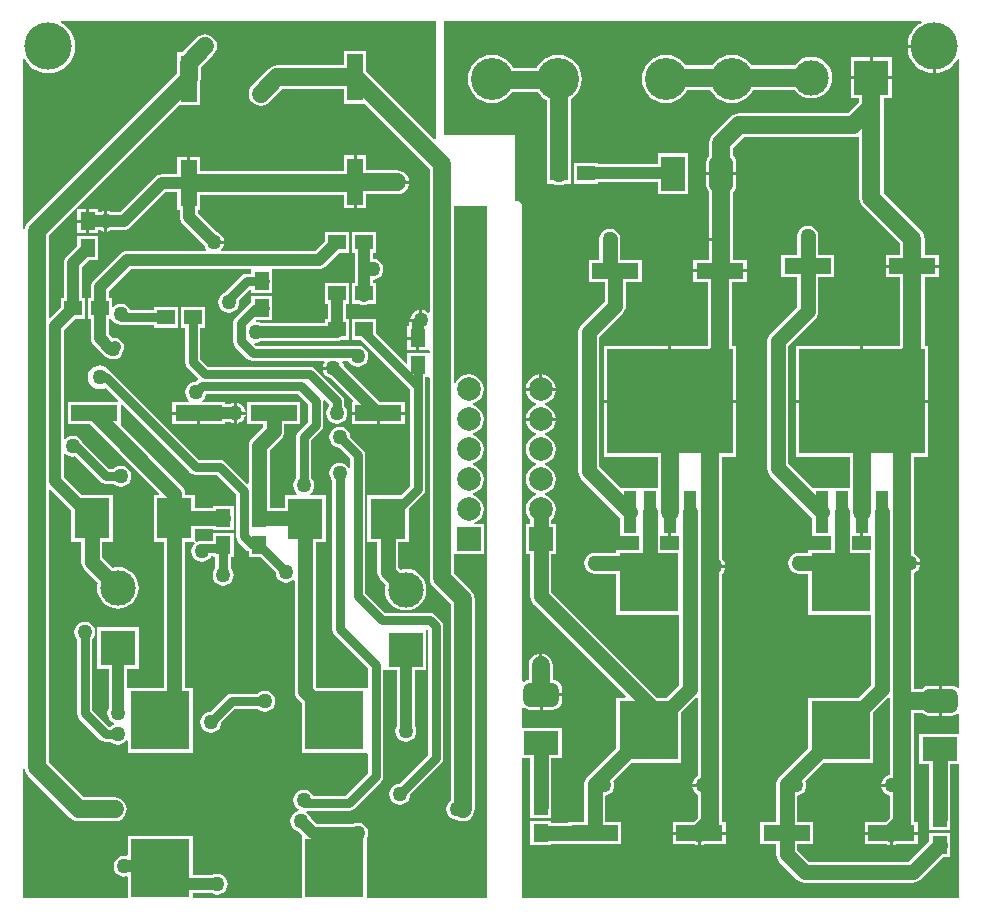
<source format=gtl>
G04 Layer_Physical_Order=1*
G04 Layer_Color=255*
%FSLAX25Y25*%
%MOIN*%
G70*
G01*
G75*
%ADD10R,0.05000X0.06000*%
%ADD11R,0.19685X0.19685*%
%ADD12R,0.05512X0.15748*%
G04:AMPARAMS|DCode=13|XSize=118.11mil|YSize=78.74mil|CornerRadius=19.69mil|HoleSize=0mil|Usage=FLASHONLY|Rotation=180.000|XOffset=0mil|YOffset=0mil|HoleType=Round|Shape=RoundedRectangle|*
%AMROUNDEDRECTD13*
21,1,0.11811,0.03937,0,0,180.0*
21,1,0.07874,0.07874,0,0,180.0*
1,1,0.03937,-0.03937,0.01969*
1,1,0.03937,0.03937,0.01969*
1,1,0.03937,0.03937,-0.01969*
1,1,0.03937,-0.03937,-0.01969*
%
%ADD13ROUNDEDRECTD13*%
%ADD14R,0.11811X0.07874*%
%ADD15R,0.15748X0.05512*%
%ADD16R,0.42000X0.35000*%
%ADD17R,0.04200X0.14000*%
%ADD18R,0.06000X0.05000*%
G04:AMPARAMS|DCode=19|XSize=118.11mil|YSize=78.74mil|CornerRadius=19.69mil|HoleSize=0mil|Usage=FLASHONLY|Rotation=90.000|XOffset=0mil|YOffset=0mil|HoleType=Round|Shape=RoundedRectangle|*
%AMROUNDEDRECTD19*
21,1,0.11811,0.03937,0,0,90.0*
21,1,0.07874,0.07874,0,0,90.0*
1,1,0.03937,0.01969,0.03937*
1,1,0.03937,0.01969,-0.03937*
1,1,0.03937,-0.01969,-0.03937*
1,1,0.03937,-0.01969,0.03937*
%
%ADD19ROUNDEDRECTD19*%
%ADD20R,0.07874X0.11811*%
%ADD21R,0.11811X0.13780*%
%ADD22C,0.03000*%
%ADD23C,0.04000*%
%ADD24C,0.06000*%
%ADD25C,0.05000*%
%ADD26R,0.07874X0.07874*%
%ADD27C,0.07874*%
%ADD28C,0.14000*%
%ADD29R,0.11811X0.11811*%
%ADD30C,0.11811*%
%ADD31C,0.15748*%
%ADD32R,0.11811X0.11811*%
%ADD33C,0.05000*%
G36*
X513000Y451485D02*
X512538Y451294D01*
X489882Y473950D01*
Y480874D01*
X482370D01*
Y476034D01*
X460189D01*
X460189Y476034D01*
X459145Y475897D01*
X458172Y475494D01*
X457336Y474853D01*
X451872Y469388D01*
X451230Y468553D01*
X450827Y467580D01*
X450690Y466535D01*
X450827Y465491D01*
X451230Y464518D01*
X451872Y463683D01*
X452707Y463041D01*
X453680Y462638D01*
X454724Y462501D01*
X455769Y462638D01*
X456742Y463041D01*
X457577Y463683D01*
X461860Y467966D01*
X482370D01*
Y463126D01*
X489294D01*
X510965Y441455D01*
Y393655D01*
X510496Y393496D01*
X509765Y394057D01*
X508914Y394410D01*
X508500Y394464D01*
Y391000D01*
X508000D01*
Y390500D01*
X504040D01*
X503974Y390000D01*
Y389000D01*
X503500D01*
Y385500D01*
X507000D01*
Y385000D01*
X507500D01*
Y381000D01*
X510500D01*
Y381000D01*
X510612D01*
X510965Y380646D01*
Y380000D01*
X510500D01*
Y380000D01*
X503500D01*
Y376752D01*
X503038Y376560D01*
X493000Y386598D01*
Y391494D01*
X485000D01*
Y384494D01*
X487895D01*
X504451Y367938D01*
Y335875D01*
X501332Y332756D01*
X490142D01*
Y316976D01*
X493517D01*
Y307094D01*
X493517Y307094D01*
X493517D01*
X493637Y306180D01*
X493990Y305329D01*
X494551Y304597D01*
X496253Y302895D01*
X496146Y302543D01*
X496013Y301189D01*
X496146Y299835D01*
X496541Y298534D01*
X497182Y297334D01*
X498045Y296282D01*
X499097Y295420D01*
X500296Y294778D01*
X501598Y294383D01*
X502952Y294250D01*
X504306Y294383D01*
X505607Y294778D01*
X506807Y295420D01*
X507859Y296282D01*
X508721Y297334D01*
X509363Y298534D01*
X509758Y299835D01*
X509891Y301189D01*
X509758Y302543D01*
X509363Y303844D01*
X508721Y305044D01*
X507859Y306096D01*
X506807Y306959D01*
X505607Y307600D01*
X504306Y307995D01*
X502952Y308128D01*
X501598Y307995D01*
X501246Y307888D01*
X500577Y308556D01*
Y316976D01*
X503953D01*
Y328167D01*
X508802Y333016D01*
X509355Y333843D01*
X509549Y334819D01*
X509549Y334819D01*
X509549Y334819D01*
Y334819D01*
Y368994D01*
Y372000D01*
X510500D01*
Y372000D01*
X510612D01*
X510965Y371646D01*
Y305000D01*
X510965Y305000D01*
X511103Y303956D01*
X511506Y302983D01*
X512147Y302147D01*
X517966Y296329D01*
Y230851D01*
X517504Y230496D01*
X516943Y229765D01*
X516590Y228914D01*
X516470Y228000D01*
X516590Y227086D01*
X516943Y226235D01*
X517504Y225504D01*
X518235Y224943D01*
X519086Y224590D01*
X520000Y224470D01*
X520053Y224477D01*
X520956Y224103D01*
X522000Y223966D01*
X523044Y224103D01*
X524017Y224506D01*
X524853Y225147D01*
X525494Y225983D01*
X525897Y226956D01*
X526034Y228000D01*
Y298000D01*
X525897Y299044D01*
X525730Y299447D01*
X525494Y300017D01*
X524853Y300853D01*
X524853Y300853D01*
X519034Y306671D01*
Y313063D01*
X519034D01*
X519063D01*
X519388Y313063D01*
X519388Y313063D01*
Y313063D01*
X528937D01*
Y322937D01*
X525959D01*
X525862Y323427D01*
X526490Y323688D01*
X527521Y324479D01*
X528312Y325510D01*
X528810Y326711D01*
X528980Y328000D01*
X528810Y329289D01*
X528312Y330490D01*
X527521Y331521D01*
X526490Y332312D01*
X525433Y332750D01*
Y333250D01*
X526490Y333687D01*
X527521Y334479D01*
X528312Y335510D01*
X528810Y336711D01*
X528980Y338000D01*
X528810Y339289D01*
X528312Y340490D01*
X527521Y341521D01*
X526490Y342313D01*
X525433Y342750D01*
Y343250D01*
X526490Y343688D01*
X527521Y344479D01*
X528312Y345510D01*
X528810Y346711D01*
X528980Y348000D01*
X528810Y349289D01*
X528312Y350490D01*
X527521Y351521D01*
X526490Y352312D01*
X525433Y352750D01*
Y353250D01*
X526490Y353688D01*
X527521Y354479D01*
X528312Y355510D01*
X528810Y356711D01*
X528980Y358000D01*
X528810Y359289D01*
X528312Y360490D01*
X527521Y361521D01*
X526490Y362313D01*
X525433Y362750D01*
Y363250D01*
X526490Y363687D01*
X527521Y364479D01*
X528312Y365510D01*
X528810Y366711D01*
X528980Y368000D01*
X528810Y369289D01*
X528312Y370490D01*
X527521Y371521D01*
X526490Y372312D01*
X525289Y372810D01*
X524000Y372980D01*
X522711Y372810D01*
X521510Y372312D01*
X520479Y371521D01*
X519688Y370490D01*
X519525Y370097D01*
X519034Y370195D01*
Y429134D01*
X529967D01*
Y198380D01*
X489968D01*
Y218119D01*
X490057Y218235D01*
X490410Y219086D01*
X490530Y220000D01*
X490410Y220914D01*
X490057Y221765D01*
X489496Y222496D01*
X488765Y223057D01*
X487914Y223410D01*
X487000Y223530D01*
X486086Y223410D01*
X485235Y223057D01*
X485194Y223026D01*
X473253D01*
X471417Y224863D01*
X471410Y224914D01*
X471057Y225765D01*
X470496Y226496D01*
X469869Y226978D01*
X470030Y227451D01*
X484000D01*
X484975Y227645D01*
X485802Y228198D01*
X485802Y228198D01*
X485802Y228198D01*
X494802Y237198D01*
X495355Y238024D01*
X495549Y239000D01*
X495549Y239000D01*
X495549Y239000D01*
Y239000D01*
Y274284D01*
X496046D01*
Y274284D01*
X499974D01*
Y256000D01*
X499996Y255834D01*
X499943Y255765D01*
X499590Y254914D01*
X499470Y254000D01*
X499590Y253086D01*
X499943Y252235D01*
X500504Y251504D01*
X501235Y250943D01*
X502086Y250590D01*
X503000Y250470D01*
X503914Y250590D01*
X504765Y250943D01*
X505496Y251504D01*
X506057Y252235D01*
X506410Y253086D01*
X506530Y254000D01*
X506410Y254914D01*
X506057Y255765D01*
X506004Y255834D01*
X506026Y256000D01*
Y274284D01*
X509858D01*
Y287884D01*
X510035Y287958D01*
X510451Y287680D01*
Y246056D01*
X500914Y236519D01*
X500086Y236410D01*
X499235Y236057D01*
X498504Y235496D01*
X497943Y234765D01*
X497590Y233914D01*
X497470Y233000D01*
X497590Y232086D01*
X497943Y231235D01*
X498504Y230504D01*
X499235Y229943D01*
X500086Y229590D01*
X501000Y229470D01*
X501914Y229590D01*
X502765Y229943D01*
X503496Y230504D01*
X504057Y231235D01*
X504410Y232086D01*
X504519Y232914D01*
X514802Y243198D01*
X515355Y244024D01*
X515549Y245000D01*
Y289000D01*
X515355Y289976D01*
X514802Y290802D01*
X512802Y292802D01*
X511975Y293355D01*
X511000Y293549D01*
X496056D01*
X489549Y300056D01*
Y346006D01*
X489355Y346982D01*
X488802Y347809D01*
X484519Y352092D01*
X484410Y352920D01*
X484057Y353771D01*
X483496Y354503D01*
X482765Y355064D01*
X481914Y355416D01*
X481000Y355537D01*
X480086Y355416D01*
X479235Y355064D01*
X478504Y354503D01*
X477943Y353771D01*
X477590Y352920D01*
X477470Y352006D01*
X477590Y351093D01*
X477943Y350241D01*
X478504Y349510D01*
X479235Y348949D01*
X480086Y348597D01*
X480914Y348487D01*
X484451Y344951D01*
Y342028D01*
X483978Y341867D01*
X483490Y342503D01*
X482759Y343064D01*
X481907Y343416D01*
X480994Y343537D01*
X480080Y343416D01*
X479228Y343064D01*
X478497Y342503D01*
X477936Y341772D01*
X477584Y340920D01*
X477463Y340006D01*
X477584Y339093D01*
X477936Y338241D01*
X478451Y337571D01*
Y288000D01*
X478451Y288000D01*
X478451D01*
X478645Y287024D01*
X479198Y286198D01*
X490451Y274944D01*
Y268449D01*
X489968D01*
Y268449D01*
X473276D01*
X473018Y268706D01*
Y316976D01*
X476394D01*
Y332756D01*
X471299D01*
X471139Y333229D01*
X471496Y333504D01*
X472057Y334235D01*
X472410Y335086D01*
X472530Y336000D01*
X472410Y336914D01*
X472057Y337765D01*
X471549Y338427D01*
Y350944D01*
X474802Y354198D01*
X475355Y355025D01*
X475549Y356000D01*
X475549Y356000D01*
X475549Y356000D01*
Y356000D01*
Y364000D01*
X475507Y364212D01*
X475948Y364447D01*
X477451Y362944D01*
Y362427D01*
X476943Y361765D01*
X476590Y360914D01*
X476470Y360000D01*
X476590Y359086D01*
X476943Y358235D01*
X477504Y357504D01*
X478235Y356943D01*
X479086Y356590D01*
X480000Y356470D01*
X480914Y356590D01*
X481765Y356943D01*
X482496Y357504D01*
X483057Y358235D01*
X483410Y359086D01*
X483530Y360000D01*
X483410Y360914D01*
X483057Y361765D01*
X482549Y362427D01*
Y364000D01*
X482355Y364976D01*
X481802Y365802D01*
X472802Y374802D01*
X471976Y375355D01*
X471000Y375549D01*
X437056D01*
X434549Y378056D01*
Y388494D01*
X436000D01*
Y395494D01*
X428000D01*
Y388494D01*
X429451D01*
Y377000D01*
X429451Y377000D01*
X429451D01*
X429645Y376025D01*
X430198Y375198D01*
X433755Y371640D01*
X433706Y371142D01*
X433198Y370802D01*
X432914Y370519D01*
X432086Y370410D01*
X431235Y370057D01*
X430504Y369496D01*
X429943Y368765D01*
X429590Y367914D01*
X429470Y367000D01*
X429590Y366086D01*
X429943Y365235D01*
X430504Y364504D01*
X430861Y364229D01*
X430701Y363756D01*
X425132D01*
Y360500D01*
X434006D01*
Y360000D01*
X434506D01*
Y356244D01*
X442880D01*
Y356974D01*
X444320D01*
X444361Y356943D01*
X445212Y356590D01*
X445626Y356536D01*
Y360000D01*
Y363464D01*
X445212Y363410D01*
X444361Y363057D01*
X444320Y363026D01*
X442880D01*
Y363756D01*
X435299D01*
X435139Y364229D01*
X435496Y364504D01*
X436057Y365235D01*
X436410Y366086D01*
X436458Y366451D01*
X466944D01*
X470451Y362944D01*
Y357056D01*
X467198Y353802D01*
X466645Y352976D01*
X466451Y352000D01*
Y338427D01*
X465943Y337765D01*
X465590Y336914D01*
X465470Y336000D01*
X465590Y335086D01*
X465943Y334235D01*
X466504Y333504D01*
X466861Y333229D01*
X466701Y332756D01*
X462583D01*
Y328530D01*
X457650D01*
Y347657D01*
X461496Y351504D01*
X462057Y352235D01*
X462410Y353086D01*
X462530Y354000D01*
X462530Y354000D01*
Y356244D01*
X467874D01*
Y363756D01*
X450126D01*
Y360254D01*
X450095Y360252D01*
Y359748D01*
X450126Y359746D01*
Y356244D01*
X455470D01*
Y355462D01*
X451623Y351616D01*
X451062Y350885D01*
X450710Y350033D01*
X450589Y349120D01*
Y336669D01*
X450127Y336477D01*
X442802Y343802D01*
X441975Y344355D01*
X441000Y344549D01*
X434056D01*
X404802Y373802D01*
X404499Y374005D01*
X404494Y374017D01*
X403853Y374853D01*
X403017Y375494D01*
X402044Y375897D01*
X401000Y376034D01*
X399956Y375897D01*
X398983Y375494D01*
X398147Y374853D01*
X397506Y374017D01*
X397103Y373044D01*
X396966Y372000D01*
X397103Y370956D01*
X397506Y369983D01*
X398147Y369147D01*
X398983Y368506D01*
X399956Y368103D01*
X401000Y367966D01*
X402044Y368103D01*
X402927Y368468D01*
X407177Y364218D01*
X406986Y363756D01*
X390252D01*
Y356244D01*
X397889D01*
X420782Y333352D01*
X420590Y332890D01*
X419000D01*
Y317110D01*
X422375D01*
Y268449D01*
X410284D01*
D01*
X410284D01*
X410057Y268676D01*
Y274882D01*
X413936D01*
Y288693D01*
X400125D01*
Y274882D01*
X404005D01*
Y261838D01*
X403971Y261793D01*
X403618Y260942D01*
X403498Y260028D01*
X403618Y259114D01*
X403971Y258263D01*
X404532Y257532D01*
X405263Y256971D01*
X405263Y256971D01*
X405263D01*
X405651Y256706D01*
X405600Y256209D01*
X405235Y256057D01*
X404572Y255549D01*
X404056D01*
X398549Y261056D01*
Y284573D01*
X399057Y285235D01*
X399410Y286086D01*
X399530Y287000D01*
X399410Y287914D01*
X399057Y288765D01*
X398496Y289496D01*
X397765Y290057D01*
X396914Y290410D01*
X396000Y290530D01*
X395086Y290410D01*
X394235Y290057D01*
X393504Y289496D01*
X392943Y288765D01*
X392590Y287914D01*
X392470Y287000D01*
X392590Y286086D01*
X392943Y285235D01*
X393451Y284573D01*
Y260000D01*
X393451Y260000D01*
X393451D01*
X393645Y259025D01*
X394198Y258198D01*
X401198Y251198D01*
X401198D01*
X401198Y251198D01*
X401198Y251198D01*
Y251198D01*
X402025Y250645D01*
X403000Y250451D01*
X404572D01*
X405235Y249943D01*
X406086Y249590D01*
X407000Y249470D01*
X407914Y249590D01*
X408765Y249943D01*
X409496Y250504D01*
X409810Y250913D01*
X410284Y250752D01*
Y246764D01*
X431968D01*
Y268449D01*
X429436D01*
Y317110D01*
X432526D01*
X432687Y316637D01*
X432504Y316496D01*
X431943Y315765D01*
X431590Y314914D01*
X431470Y314000D01*
X431590Y313086D01*
X431943Y312235D01*
X432504Y311504D01*
X433235Y310943D01*
X434086Y310590D01*
X435000Y310470D01*
X435914Y310590D01*
X436765Y310943D01*
X437496Y311504D01*
X438057Y312235D01*
X438129Y312409D01*
X438620Y312311D01*
Y312000D01*
X439577D01*
Y308428D01*
X439069Y307765D01*
X438716Y306914D01*
X438596Y306000D01*
X438716Y305086D01*
X439069Y304235D01*
X439630Y303504D01*
X440361Y302943D01*
X441212Y302590D01*
X442126Y302470D01*
X443040Y302590D01*
X443891Y302943D01*
X444622Y303504D01*
X445183Y304235D01*
X445536Y305086D01*
X445656Y306000D01*
X445536Y306914D01*
X445183Y307765D01*
X444675Y308428D01*
Y312000D01*
X445620D01*
Y320000D01*
X438620D01*
Y317549D01*
X435000D01*
X434721Y317493D01*
X434086Y317410D01*
X433235Y317057D01*
X432811Y317610D01*
Y321470D01*
X438620D01*
Y321000D01*
X445620D01*
Y324771D01*
X445650Y325000D01*
X445620Y325229D01*
Y329000D01*
X438620D01*
Y328530D01*
X432811D01*
Y332890D01*
X429436D01*
Y333221D01*
X429315Y334134D01*
X428963Y334986D01*
X428402Y335717D01*
X407963Y356155D01*
X408000Y356244D01*
X408000D01*
X408000Y356244D01*
Y362742D01*
X408462Y362933D01*
X431198Y340198D01*
X431198D01*
X431198Y340198D01*
X431198Y340198D01*
Y340198D01*
X432024Y339645D01*
X433000Y339451D01*
X439944D01*
X446451Y332944D01*
Y319000D01*
X446645Y318024D01*
X447198Y317198D01*
X450198Y314198D01*
X450620Y313916D01*
Y312000D01*
X454515D01*
X459608Y306907D01*
X459716Y306086D01*
X460069Y305235D01*
X460630Y304504D01*
X461361Y303943D01*
X462212Y303590D01*
X463126Y303470D01*
X464040Y303590D01*
X464891Y303943D01*
X465510Y304417D01*
X465958Y304196D01*
Y267244D01*
X465958Y267244D01*
X465958D01*
X466078Y266330D01*
X466431Y265479D01*
X466992Y264748D01*
X468284Y263456D01*
Y246764D01*
X489968D01*
Y246764D01*
X490098D01*
X490451Y246410D01*
Y240056D01*
X482944Y232549D01*
X472147D01*
X472057Y232765D01*
X471496Y233496D01*
X470765Y234057D01*
X469914Y234410D01*
X469000Y234530D01*
X468086Y234410D01*
X467235Y234057D01*
X466504Y233496D01*
X465943Y232765D01*
X465590Y231914D01*
X465470Y231000D01*
X465590Y230086D01*
X465943Y229235D01*
X466504Y228504D01*
X467235Y227943D01*
X467283Y227923D01*
X467218Y227427D01*
X467086Y227410D01*
X466235Y227057D01*
X465504Y226496D01*
X464943Y225765D01*
X464590Y224914D01*
X464470Y224000D01*
X464590Y223086D01*
X464943Y222235D01*
X465504Y221504D01*
X466235Y220943D01*
X467086Y220590D01*
X467137Y220583D01*
X468342Y219378D01*
X468283Y219236D01*
X468283D01*
X468284Y219236D01*
Y198380D01*
X431968D01*
Y199974D01*
X438320D01*
X438361Y199943D01*
X439212Y199590D01*
X440126Y199470D01*
X441040Y199590D01*
X441891Y199943D01*
X442622Y200504D01*
X443183Y201235D01*
X443536Y202086D01*
X443656Y203000D01*
X443536Y203914D01*
X443183Y204765D01*
X442622Y205496D01*
X441891Y206057D01*
X441040Y206410D01*
X440126Y206530D01*
X439212Y206410D01*
X438361Y206057D01*
X438320Y206026D01*
X431968D01*
Y219236D01*
X410284D01*
Y212757D01*
X409907Y212427D01*
X409126Y212530D01*
X408212Y212410D01*
X407361Y212057D01*
X406630Y211496D01*
X406069Y210765D01*
X405716Y209914D01*
X405596Y209000D01*
X405716Y208086D01*
X406069Y207235D01*
X406630Y206504D01*
X407361Y205943D01*
X408212Y205590D01*
X409126Y205470D01*
X409907Y205573D01*
X410284Y205243D01*
Y198380D01*
X375545D01*
Y241370D01*
X376044Y241403D01*
X376103Y240956D01*
X376506Y239983D01*
X377147Y239147D01*
X391147Y225147D01*
X391983Y224506D01*
X392956Y224103D01*
X394000Y223966D01*
X394000Y223966D01*
X406000D01*
X407044Y224103D01*
X408017Y224506D01*
X408853Y225147D01*
X409494Y225983D01*
X409897Y226956D01*
X410035Y228000D01*
X409897Y229044D01*
X409494Y230017D01*
X408853Y230853D01*
X408017Y231494D01*
X407044Y231897D01*
X406000Y232034D01*
X395671D01*
X384034Y243671D01*
Y334379D01*
X384496Y334571D01*
X391441Y327626D01*
Y317110D01*
X394816D01*
Y310472D01*
X394936Y309558D01*
X395289Y308707D01*
X395850Y307975D01*
X400332Y303494D01*
X400225Y303141D01*
X400092Y301787D01*
X400225Y300434D01*
X400620Y299132D01*
X401261Y297932D01*
X402124Y296881D01*
X403176Y296018D01*
X404375Y295377D01*
X405677Y294982D01*
X407031Y294848D01*
X408384Y294982D01*
X409686Y295377D01*
X410886Y296018D01*
X411937Y296881D01*
X412800Y297932D01*
X413441Y299132D01*
X413836Y300434D01*
X413970Y301787D01*
X413836Y303141D01*
X413441Y304443D01*
X412800Y305643D01*
X411937Y306694D01*
X410886Y307557D01*
X409686Y308198D01*
X408384Y308593D01*
X407031Y308726D01*
X405677Y308593D01*
X405325Y308486D01*
X401877Y311934D01*
Y317110D01*
X405252D01*
Y332890D01*
X394736D01*
X389026Y338600D01*
Y346349D01*
X389499Y346510D01*
X389504Y346504D01*
X390235Y345943D01*
X391086Y345590D01*
X392000Y345470D01*
X392818Y345578D01*
X401198Y337198D01*
X401198D01*
X401198Y337198D01*
X401198Y337198D01*
Y337198D01*
X402025Y336645D01*
X403000Y336451D01*
X405573D01*
X406235Y335943D01*
X407086Y335590D01*
X408000Y335470D01*
X408914Y335590D01*
X409765Y335943D01*
X410496Y336504D01*
X411057Y337235D01*
X411410Y338086D01*
X411530Y339000D01*
X411410Y339914D01*
X411057Y340765D01*
X410496Y341496D01*
X409765Y342057D01*
X408914Y342410D01*
X408000Y342530D01*
X407086Y342410D01*
X406235Y342057D01*
X405573Y341549D01*
X404056D01*
X395211Y350394D01*
X395057Y350765D01*
X394496Y351496D01*
X393765Y352057D01*
X392914Y352410D01*
X392000Y352530D01*
X391086Y352410D01*
X390235Y352057D01*
X389504Y351496D01*
X389499Y351490D01*
X389026Y351651D01*
Y387753D01*
X392779Y391506D01*
X396000D01*
Y398506D01*
X395026D01*
Y408747D01*
X397279Y411000D01*
X400500D01*
Y419000D01*
X393500D01*
Y415779D01*
X389860Y412140D01*
X389380Y411513D01*
X389291Y411299D01*
X389077Y410783D01*
X388974Y410000D01*
Y398506D01*
X388000D01*
Y395286D01*
X384496Y391782D01*
X384034Y391973D01*
Y419203D01*
X427458Y462626D01*
X434382D01*
Y470115D01*
X434523Y470456D01*
X434523Y470456D01*
X434523Y470456D01*
Y470456D01*
X434660Y471500D01*
X434660Y471500D01*
Y475215D01*
X438876Y479431D01*
X439518Y480266D01*
X439921Y481239D01*
X440058Y482283D01*
X439921Y483328D01*
X439518Y484301D01*
X438876Y485136D01*
X438041Y485778D01*
X437068Y486180D01*
X436024Y486318D01*
X434979Y486180D01*
X434006Y485778D01*
X433171Y485136D01*
X428408Y480374D01*
X426870D01*
Y478271D01*
X426729Y477930D01*
X426591Y476886D01*
X426591Y476886D01*
Y473171D01*
X377147Y423727D01*
X376506Y422891D01*
X376103Y421918D01*
X376044Y421471D01*
X375545Y421504D01*
Y477982D01*
X376030Y478104D01*
X376444Y477329D01*
X377553Y475978D01*
X378904Y474869D01*
X380446Y474045D01*
X382119Y473538D01*
X383858Y473366D01*
X385598Y473538D01*
X387271Y474045D01*
X388812Y474869D01*
X390163Y475978D01*
X391272Y477329D01*
X392096Y478871D01*
X392604Y480544D01*
X392775Y482283D01*
X392604Y484023D01*
X392096Y485696D01*
X391272Y487237D01*
X390163Y488589D01*
X388812Y489698D01*
X388038Y490112D01*
X388159Y490597D01*
X513000D01*
Y451485D01*
D02*
G37*
G36*
X674954Y490112D02*
X674180Y489698D01*
X672829Y488589D01*
X671720Y487237D01*
X670896Y485696D01*
X670388Y484023D01*
X670266Y482784D01*
X679134D01*
Y482283D01*
X679634D01*
Y473416D01*
X680873Y473538D01*
X682546Y474045D01*
X684088Y474869D01*
X685439Y475978D01*
X686548Y477329D01*
X686962Y478104D01*
X687447Y477982D01*
Y268614D01*
X686999Y268393D01*
X686584Y268711D01*
X685862Y269010D01*
X685087Y269112D01*
X681650D01*
Y264150D01*
Y259187D01*
X685087D01*
X685862Y259289D01*
X686584Y259588D01*
X686999Y259907D01*
X687447Y259685D01*
Y252945D01*
X674244D01*
Y243071D01*
X677463D01*
Y225000D01*
X677494Y224771D01*
Y221000D01*
X684494D01*
Y224771D01*
X684524Y225000D01*
Y243071D01*
X687447D01*
Y198380D01*
X541884D01*
Y245071D01*
X544463D01*
Y229000D01*
X544494Y228771D01*
Y225000D01*
X551494D01*
Y228771D01*
X551524Y229000D01*
Y245071D01*
X555055D01*
Y254945D01*
X541884D01*
Y261661D01*
X542332Y261882D01*
X542716Y261588D01*
X543438Y261289D01*
X544213Y261187D01*
X547650D01*
Y266150D01*
X548150D01*
Y266650D01*
X555081D01*
Y268118D01*
X554979Y268893D01*
X554680Y269615D01*
X554204Y270235D01*
X553584Y270711D01*
X552862Y271010D01*
X552087Y271112D01*
X552035D01*
Y276000D01*
X551897Y277044D01*
X551494Y278017D01*
X550853Y278853D01*
X550017Y279494D01*
X549044Y279897D01*
X548000Y280034D01*
X546956Y279897D01*
X545983Y279494D01*
X545147Y278853D01*
X544506Y278017D01*
X544103Y277044D01*
X543965Y276000D01*
Y271080D01*
X543438Y271010D01*
X542716Y270711D01*
X542332Y270417D01*
X541884Y270638D01*
Y429134D01*
X541767Y429719D01*
X541436Y430215D01*
X540940Y430547D01*
X540354Y430663D01*
X539370D01*
Y452756D01*
X515748D01*
Y490597D01*
X674833D01*
X674954Y490112D01*
D02*
G37*
G36*
X548500Y279969D02*
Y276000D01*
X547500D01*
Y279969D01*
X547500D01*
X548500D01*
X548500D01*
D02*
G37*
%LPC*%
G36*
X449590Y359500D02*
X446626D01*
Y356536D01*
X447040Y356590D01*
X447891Y356943D01*
X448622Y357504D01*
X449183Y358235D01*
X449536Y359086D01*
X449590Y359500D01*
D02*
G37*
G36*
X552914Y367500D02*
X543086D01*
X543190Y366711D01*
X543687Y365510D01*
X544479Y364479D01*
X545510Y363687D01*
X546566Y363250D01*
Y362750D01*
X545510Y362313D01*
X544479Y361521D01*
X543687Y360490D01*
X543190Y359289D01*
X543086Y358500D01*
X552914D01*
X552810Y359289D01*
X552313Y360490D01*
X551521Y361521D01*
X550490Y362313D01*
X549434Y362750D01*
Y363250D01*
X550490Y363687D01*
X551521Y364479D01*
X552313Y365510D01*
X552810Y366711D01*
X552914Y367500D01*
D02*
G37*
G36*
X493380Y359500D02*
X485006D01*
Y356244D01*
X493380D01*
Y359500D01*
D02*
G37*
G36*
X502754D02*
X494380D01*
Y356244D01*
X502754D01*
Y359500D01*
D02*
G37*
G36*
X616589Y406980D02*
X598841D01*
Y403724D01*
X603681D01*
Y382500D01*
X591500D01*
Y364500D01*
X613000D01*
Y382500D01*
X611750D01*
Y403724D01*
X616589D01*
Y406980D01*
D02*
G37*
G36*
X654500Y382500D02*
X633000D01*
Y364500D01*
X654500D01*
Y382500D01*
D02*
G37*
G36*
X446626Y363464D02*
Y360500D01*
X449590D01*
X449536Y360914D01*
X449183Y361765D01*
X448622Y362496D01*
X447891Y363057D01*
X447040Y363410D01*
X446626Y363464D01*
D02*
G37*
G36*
X590500Y382500D02*
X569000D01*
Y364500D01*
X590500D01*
Y382500D01*
D02*
G37*
G36*
X433506Y359500D02*
X425132D01*
Y356244D01*
X433506D01*
Y359500D01*
D02*
G37*
G36*
X664380Y219500D02*
X656006D01*
Y216244D01*
X663495D01*
X663836Y216103D01*
X664380Y216031D01*
Y219500D01*
D02*
G37*
G36*
X456000Y267530D02*
X455086Y267410D01*
X454235Y267057D01*
X453573Y266549D01*
X445000D01*
X444025Y266355D01*
X443198Y265802D01*
X437914Y260519D01*
X437086Y260410D01*
X436235Y260057D01*
X435504Y259496D01*
X434943Y258765D01*
X434590Y257914D01*
X434470Y257000D01*
X434590Y256086D01*
X434943Y255235D01*
X435504Y254504D01*
X436235Y253943D01*
X437086Y253590D01*
X438000Y253470D01*
X438914Y253590D01*
X439765Y253943D01*
X440496Y254504D01*
X441057Y255235D01*
X441410Y256086D01*
X441519Y256914D01*
X446056Y261451D01*
X453573D01*
X454235Y260943D01*
X455086Y260590D01*
X456000Y260470D01*
X456914Y260590D01*
X457765Y260943D01*
X458496Y261504D01*
X459057Y262235D01*
X459410Y263086D01*
X459530Y264000D01*
X459410Y264914D01*
X459057Y265765D01*
X458496Y266496D01*
X457765Y267057D01*
X456914Y267410D01*
X456000Y267530D01*
D02*
G37*
G36*
X673754Y219500D02*
X665380D01*
Y216031D01*
X665925Y216103D01*
X666265Y216244D01*
X673754D01*
Y219500D01*
D02*
G37*
G36*
X637000Y422530D02*
X636086Y422410D01*
X635235Y422057D01*
X634504Y421496D01*
X633943Y420765D01*
X633590Y419914D01*
X633470Y419000D01*
Y412756D01*
X628126D01*
Y405244D01*
X633470D01*
Y395462D01*
X624504Y386496D01*
X623943Y385765D01*
X623590Y384914D01*
X623470Y384000D01*
Y341600D01*
X623470Y341600D01*
X623470D01*
X623590Y340686D01*
X623943Y339835D01*
X624504Y339104D01*
X638500Y325108D01*
Y319000D01*
X644700D01*
D01*
X644700D01*
X644770Y318930D01*
Y314449D01*
X637157D01*
Y313530D01*
X634000D01*
X633086Y313410D01*
X632235Y313057D01*
X631504Y312496D01*
X630943Y311765D01*
X630590Y310914D01*
X630470Y310000D01*
X630590Y309086D01*
X630943Y308235D01*
X631504Y307504D01*
X632235Y306943D01*
X633086Y306590D01*
X634000Y306470D01*
X637157D01*
Y292764D01*
X658170D01*
Y269556D01*
X653850Y265236D01*
X637157D01*
Y248544D01*
X627504Y238890D01*
X626943Y238159D01*
X626590Y237307D01*
X626470Y236394D01*
Y223756D01*
X621126D01*
Y216244D01*
X626470D01*
Y213000D01*
X626590Y212086D01*
X626943Y211235D01*
X627504Y210504D01*
X633504Y204504D01*
X633504Y204504D01*
X633504D01*
X633504Y204504D01*
X633504D01*
X633504Y204504D01*
Y204504D01*
Y204504D01*
D01*
D01*
X633504D01*
Y204504D01*
X634235Y203943D01*
X635086Y203590D01*
X636000Y203470D01*
X671994D01*
X672907Y203590D01*
X673759Y203943D01*
X674490Y204504D01*
X681986Y212000D01*
X684494D01*
Y215771D01*
X684524Y216000D01*
X684494Y216229D01*
Y220000D01*
X677494D01*
Y217493D01*
X670531Y210530D01*
X637462D01*
X633530Y214462D01*
Y216244D01*
X638874D01*
Y223756D01*
X633530D01*
Y232540D01*
X633914Y232590D01*
X634765Y232943D01*
X635496Y233504D01*
X636057Y234235D01*
X636410Y235086D01*
X636530Y236000D01*
X636410Y236914D01*
X636147Y237548D01*
X642150Y243551D01*
X658843D01*
Y260244D01*
X663904Y265305D01*
X664365Y265113D01*
Y239447D01*
X664086Y239410D01*
X663235Y239057D01*
X662504Y238496D01*
X661943Y237765D01*
X661590Y236914D01*
X661536Y236500D01*
X665000D01*
Y235500D01*
X661536D01*
X661590Y235086D01*
X661943Y234235D01*
X662504Y233504D01*
X663235Y232943D01*
X664086Y232590D01*
X664365Y232553D01*
Y225191D01*
X662930Y223756D01*
X656006D01*
Y220500D01*
X673754D01*
Y223756D01*
X672435D01*
Y260115D01*
X675056D01*
X675095Y260064D01*
X675715Y259588D01*
X676438Y259289D01*
X677213Y259187D01*
X680650D01*
Y264150D01*
Y269112D01*
X677213D01*
X676438Y269010D01*
X675715Y268711D01*
X675095Y268235D01*
X675056Y268184D01*
X672435D01*
Y306806D01*
X672765Y306943D01*
X673496Y307504D01*
X674057Y308235D01*
X674410Y309086D01*
X674464Y309500D01*
X671000D01*
Y310500D01*
X674464D01*
X674410Y310914D01*
X674057Y311765D01*
X673496Y312496D01*
X672765Y313057D01*
X672435Y313194D01*
Y327000D01*
Y345500D01*
X677000D01*
Y363500D01*
X633000D01*
Y345500D01*
X650965D01*
Y335000D01*
X645200D01*
Y329031D01*
X644950Y328826D01*
X644700Y329031D01*
Y335000D01*
X638592D01*
X630530Y343062D01*
Y382538D01*
X639496Y391504D01*
X640057Y392235D01*
X640410Y393086D01*
X640530Y394000D01*
X640530Y394000D01*
Y405244D01*
X645874D01*
Y412756D01*
X640530D01*
Y419000D01*
X640410Y419914D01*
X640057Y420765D01*
X639496Y421496D01*
X638765Y422057D01*
X637914Y422410D01*
X637000Y422530D01*
D02*
G37*
G36*
X609754Y219500D02*
X601380D01*
Y216031D01*
X601925Y216103D01*
X602265Y216244D01*
X609754D01*
Y219500D01*
D02*
G37*
G36*
X600380D02*
X592006D01*
Y216244D01*
X599495D01*
X599836Y216103D01*
X600380Y216031D01*
Y219500D01*
D02*
G37*
G36*
X555081Y265650D02*
X548650D01*
Y261187D01*
X552087D01*
X552862Y261289D01*
X553584Y261588D01*
X554204Y262064D01*
X554680Y262684D01*
X554979Y263406D01*
X555081Y264181D01*
Y265650D01*
D02*
G37*
G36*
X571000Y421530D02*
X570086Y421410D01*
X569235Y421057D01*
X568504Y420496D01*
X567943Y419765D01*
X567590Y418914D01*
X567470Y418000D01*
Y411236D01*
X563961D01*
Y403724D01*
X569304D01*
Y397297D01*
X561504Y389496D01*
X560943Y388765D01*
X560590Y387914D01*
X560470Y387000D01*
Y340600D01*
X560470Y340600D01*
X560470D01*
X560590Y339686D01*
X560943Y338835D01*
X561504Y338104D01*
X574500Y325108D01*
Y319000D01*
X580700D01*
D01*
X580700D01*
X580770Y318930D01*
Y314449D01*
X573158D01*
Y313530D01*
X566000D01*
X565086Y313410D01*
X564235Y313057D01*
X563504Y312496D01*
X562943Y311765D01*
X562590Y310914D01*
X562470Y310000D01*
X562590Y309086D01*
X562943Y308235D01*
X563504Y307504D01*
X564235Y306943D01*
X565086Y306590D01*
X566000Y306470D01*
X573158D01*
Y292764D01*
X594170D01*
Y269556D01*
X589850Y265236D01*
X586696D01*
X586496Y265496D01*
X551530Y300462D01*
Y313063D01*
X552937D01*
Y322937D01*
X551530D01*
Y324491D01*
X552313Y325510D01*
X552810Y326711D01*
X552980Y328000D01*
X552810Y329289D01*
X552313Y330490D01*
X551521Y331521D01*
X550490Y332312D01*
X549434Y332750D01*
Y333250D01*
X550490Y333687D01*
X551521Y334479D01*
X552313Y335510D01*
X552810Y336711D01*
X552980Y338000D01*
X552810Y339289D01*
X552313Y340490D01*
X551521Y341521D01*
X550490Y342313D01*
X549434Y342750D01*
Y343250D01*
X550490Y343688D01*
X551521Y344479D01*
X552313Y345510D01*
X552810Y346711D01*
X552980Y348000D01*
X552810Y349289D01*
X552313Y350490D01*
X551521Y351521D01*
X550490Y352312D01*
X549434Y352750D01*
Y353250D01*
X550490Y353688D01*
X551521Y354479D01*
X552313Y355510D01*
X552810Y356711D01*
X552914Y357500D01*
X543086D01*
X543190Y356711D01*
X543687Y355510D01*
X544479Y354479D01*
X545510Y353688D01*
X546566Y353250D01*
Y352750D01*
X545510Y352312D01*
X544479Y351521D01*
X543687Y350490D01*
X543190Y349289D01*
X543020Y348000D01*
X543190Y346711D01*
X543687Y345510D01*
X544479Y344479D01*
X545510Y343688D01*
X546566Y343250D01*
Y342750D01*
X545510Y342313D01*
X544479Y341521D01*
X543687Y340490D01*
X543190Y339289D01*
X543020Y338000D01*
X543190Y336711D01*
X543687Y335510D01*
X544479Y334479D01*
X545510Y333687D01*
X546566Y333250D01*
Y332750D01*
X545510Y332312D01*
X544479Y331521D01*
X543687Y330490D01*
X543190Y329289D01*
X543020Y328000D01*
X543190Y326711D01*
X543687Y325510D01*
X544470Y324491D01*
Y322937D01*
X543063D01*
Y313063D01*
X544470D01*
Y299000D01*
X544470Y299000D01*
X544470D01*
X544590Y298086D01*
X544943Y297235D01*
X545504Y296504D01*
X576309Y265698D01*
X576118Y265236D01*
X573158D01*
Y248544D01*
X563504Y238890D01*
X562943Y238159D01*
X562590Y237307D01*
X562470Y236394D01*
Y223756D01*
X557126D01*
Y223530D01*
X551494D01*
Y224000D01*
X544494D01*
Y220229D01*
X544463Y220000D01*
X544494Y219771D01*
Y216000D01*
X551494D01*
Y216470D01*
X557126D01*
Y216244D01*
X574874D01*
Y223756D01*
X569530D01*
Y232540D01*
X569914Y232590D01*
X570765Y232943D01*
X571496Y233504D01*
X572057Y234235D01*
X572410Y235086D01*
X572530Y236000D01*
X572410Y236914D01*
X572147Y237548D01*
X578150Y243551D01*
X594842D01*
Y260244D01*
X599903Y265305D01*
X600365Y265113D01*
Y239111D01*
X600235Y239057D01*
X599504Y238496D01*
X598943Y237765D01*
X598590Y236914D01*
X598536Y236500D01*
X602000D01*
Y235500D01*
X598536D01*
X598590Y235086D01*
X598943Y234235D01*
X599504Y233504D01*
X600235Y232943D01*
X600365Y232889D01*
Y225191D01*
X598931Y223756D01*
X592006D01*
Y220500D01*
X609754D01*
Y223756D01*
X608434D01*
Y306456D01*
X608496Y306504D01*
X609057Y307235D01*
X609410Y308086D01*
X609464Y308500D01*
X606000D01*
Y309500D01*
X609464D01*
X609410Y309914D01*
X609057Y310765D01*
X608496Y311496D01*
X608434Y311544D01*
Y327000D01*
Y345500D01*
X613000D01*
Y363500D01*
X569000D01*
Y345500D01*
X586966D01*
Y335000D01*
X581200D01*
Y329031D01*
X580950Y328826D01*
X580700Y329031D01*
Y335000D01*
X574592D01*
X567530Y342062D01*
Y385538D01*
X575331Y393338D01*
X575892Y394070D01*
X576245Y394921D01*
X576365Y395835D01*
Y403724D01*
X581709D01*
Y411236D01*
X574530D01*
Y418000D01*
X574410Y418914D01*
X574057Y419765D01*
X573496Y420496D01*
X572765Y421057D01*
X571914Y421410D01*
X571000Y421530D01*
D02*
G37*
G36*
X680754Y408500D02*
X663006D01*
Y405244D01*
X667846D01*
Y382552D01*
X667794Y382500D01*
X655500D01*
Y364500D01*
X677000D01*
Y382500D01*
X675915D01*
Y405244D01*
X680754D01*
Y408500D01*
D02*
G37*
G36*
X396500Y428000D02*
X393500D01*
Y424500D01*
X396500D01*
Y428000D01*
D02*
G37*
G36*
X489882Y445994D02*
X486626D01*
Y437120D01*
Y428246D01*
X489882D01*
Y432966D01*
X500126D01*
X501170Y433103D01*
X502143Y433506D01*
X502979Y434147D01*
X503620Y434983D01*
X504023Y435956D01*
X504095Y436500D01*
X500126D01*
Y437500D01*
X504095D01*
Y437500D01*
Y436500D01*
X504160Y437000D01*
X504023Y438044D01*
X503620Y439017D01*
X502979Y439853D01*
X502143Y440494D01*
X501170Y440897D01*
X500126Y441035D01*
X489882D01*
Y445994D01*
D02*
G37*
G36*
X553677Y479480D02*
X552109Y479325D01*
X550601Y478868D01*
X549211Y478125D01*
X547993Y477125D01*
X546993Y475907D01*
X546590Y475153D01*
X538764D01*
X538361Y475907D01*
X537361Y477125D01*
X536143Y478125D01*
X534753Y478868D01*
X533245Y479325D01*
X531677Y479480D01*
X530109Y479325D01*
X528601Y478868D01*
X527211Y478125D01*
X525993Y477125D01*
X524993Y475907D01*
X524250Y474517D01*
X523793Y473009D01*
X523638Y471441D01*
X523793Y469873D01*
X524250Y468365D01*
X524993Y466975D01*
X525993Y465757D01*
X527211Y464757D01*
X528601Y464014D01*
X530109Y463557D01*
X531677Y463402D01*
X533245Y463557D01*
X534753Y464014D01*
X536143Y464757D01*
X537361Y465757D01*
X538361Y466975D01*
X538419Y467084D01*
X546935D01*
X546993Y466975D01*
X547993Y465757D01*
X549211Y464757D01*
X549965Y464354D01*
Y440006D01*
X550000Y439744D01*
Y436506D01*
X551997D01*
X552956Y436109D01*
X554000Y435972D01*
X555044Y436109D01*
X556003Y436506D01*
X558000D01*
Y439744D01*
X558035Y440006D01*
Y464699D01*
X558143Y464757D01*
X559361Y465757D01*
X560361Y466975D01*
X561104Y468365D01*
X561561Y469873D01*
X561716Y471441D01*
X561561Y473009D01*
X561104Y474517D01*
X560361Y475907D01*
X559361Y477125D01*
X558143Y478125D01*
X556753Y478868D01*
X555245Y479325D01*
X553677Y479480D01*
D02*
G37*
G36*
X400500Y428000D02*
X397500D01*
Y424000D01*
Y420000D01*
X400500D01*
Y420974D01*
X401194D01*
X401235Y420943D01*
X402086Y420590D01*
X402500Y420536D01*
Y424000D01*
Y427464D01*
X402086Y427410D01*
X401235Y427057D01*
X401194Y427026D01*
X400500D01*
Y428000D01*
D02*
G37*
G36*
X485626Y445994D02*
X482370D01*
Y440654D01*
X434382D01*
Y445494D01*
X431126D01*
Y436620D01*
X430126D01*
Y445494D01*
X426870D01*
Y439646D01*
X421620D01*
X420836Y439542D01*
X420409Y439365D01*
X420107Y439240D01*
X419480Y438759D01*
X407747Y427026D01*
X404806D01*
X404765Y427057D01*
X403914Y427410D01*
X403500Y427464D01*
Y424000D01*
Y420536D01*
X403914Y420590D01*
X404765Y420943D01*
X404806Y420974D01*
X409000D01*
X409783Y421077D01*
X410299Y421291D01*
X410513Y421380D01*
X411140Y421860D01*
X422873Y433594D01*
X426870D01*
Y427746D01*
X427600D01*
Y425387D01*
X427703Y424604D01*
X427917Y424088D01*
X428006Y423874D01*
X428486Y423247D01*
X435590Y416144D01*
X435597Y416093D01*
X435949Y415241D01*
X436510Y414510D01*
X436524Y414499D01*
X436364Y414026D01*
X410000D01*
X409217Y413923D01*
X408701Y413709D01*
X408487Y413621D01*
X407860Y413140D01*
X398860Y404140D01*
X398379Y403513D01*
X398291Y403299D01*
X398077Y402783D01*
X397974Y402000D01*
Y398506D01*
X397000D01*
Y391506D01*
X397974D01*
Y385000D01*
X398077Y384217D01*
X398291Y383701D01*
X398379Y383487D01*
X398860Y382860D01*
X402360Y379360D01*
X402987Y378879D01*
X403352Y378728D01*
X403375Y378719D01*
X403735Y378443D01*
X404586Y378090D01*
X405500Y377970D01*
X406414Y378090D01*
X407265Y378443D01*
X407996Y379004D01*
X408557Y379735D01*
X408910Y380586D01*
X409030Y381500D01*
X408995Y381766D01*
X409026Y382000D01*
X408923Y382783D01*
X408621Y383513D01*
X408140Y384140D01*
X407513Y384620D01*
X406783Y384923D01*
X406000Y385026D01*
X405766Y384995D01*
X405500Y385030D01*
X405278Y385001D01*
X404026Y386253D01*
Y391506D01*
X404830D01*
X404943Y391235D01*
X405504Y390504D01*
X406235Y389943D01*
X407086Y389590D01*
X407645Y389517D01*
X408006Y389445D01*
X419000D01*
Y388494D01*
X427000D01*
Y395494D01*
X419000D01*
Y394543D01*
X411149D01*
X411057Y394765D01*
X410496Y395496D01*
X409765Y396057D01*
X408914Y396410D01*
X408000Y396530D01*
X407086Y396410D01*
X406235Y396057D01*
X405504Y395496D01*
X405474Y395457D01*
X405000Y395618D01*
Y398506D01*
X404026D01*
Y400747D01*
X411253Y407974D01*
X451494D01*
Y406549D01*
X450000D01*
X449024Y406355D01*
X448198Y405802D01*
X442606Y400211D01*
X442235Y400057D01*
X441504Y399496D01*
X440943Y398765D01*
X440590Y397914D01*
X440507Y397279D01*
X440451Y397000D01*
X440507Y396721D01*
X440590Y396086D01*
X440943Y395235D01*
X441504Y394504D01*
X442235Y393943D01*
X443086Y393590D01*
X444000Y393470D01*
X444914Y393590D01*
X445765Y393943D01*
X446496Y394504D01*
X447057Y395235D01*
X447410Y396086D01*
X447530Y397000D01*
X447423Y397818D01*
X451032Y401427D01*
X451494Y401235D01*
Y400000D01*
X458494D01*
Y403754D01*
X458543Y404000D01*
X458494Y404246D01*
Y407974D01*
X473994D01*
X474777Y408077D01*
X475293Y408291D01*
X475506Y408380D01*
X476133Y408860D01*
X480779Y413506D01*
X484000D01*
Y420506D01*
X476000D01*
Y417286D01*
X472740Y414026D01*
X441649D01*
X441489Y414499D01*
X441503Y414510D01*
X442064Y415241D01*
X442416Y416093D01*
X442471Y416506D01*
X439006D01*
Y417506D01*
X442471D01*
X442416Y417920D01*
X442064Y418772D01*
X441503Y419503D01*
X440771Y420064D01*
X439920Y420416D01*
X439869Y420423D01*
X433652Y426640D01*
Y427746D01*
X434382D01*
Y432585D01*
X482370D01*
Y428246D01*
X485626D01*
Y437120D01*
Y445994D01*
D02*
G37*
G36*
X665118Y478810D02*
X658713D01*
Y472405D01*
X665118D01*
Y478810D01*
D02*
G37*
G36*
X678634Y481783D02*
X670266D01*
X670388Y480544D01*
X670896Y478871D01*
X671720Y477329D01*
X672829Y475978D01*
X674180Y474869D01*
X675722Y474045D01*
X677394Y473538D01*
X678634Y473416D01*
Y481783D01*
D02*
G37*
G36*
X596945Y446756D02*
X587071D01*
Y443032D01*
X567000D01*
Y443506D01*
X559000D01*
Y436506D01*
X567000D01*
Y436980D01*
X587071D01*
Y432945D01*
X596945D01*
Y446756D01*
D02*
G37*
G36*
X657713Y478810D02*
X651307D01*
Y472405D01*
X657713D01*
Y478810D01*
D02*
G37*
G36*
X611677Y479480D02*
X610109Y479325D01*
X608601Y478868D01*
X607211Y478125D01*
X605993Y477125D01*
X605020Y475939D01*
X596335D01*
X595361Y477125D01*
X594143Y478125D01*
X592753Y478868D01*
X591245Y479325D01*
X589677Y479480D01*
X588109Y479325D01*
X586601Y478868D01*
X585211Y478125D01*
X583993Y477125D01*
X582993Y475907D01*
X582250Y474517D01*
X581793Y473009D01*
X581638Y471441D01*
X581793Y469873D01*
X582250Y468365D01*
X582993Y466975D01*
X583993Y465757D01*
X585211Y464757D01*
X586601Y464014D01*
X588109Y463557D01*
X589677Y463402D01*
X591245Y463557D01*
X592753Y464014D01*
X594143Y464757D01*
X595361Y465757D01*
X596361Y466975D01*
X596840Y467870D01*
X604515D01*
X604993Y466975D01*
X605993Y465757D01*
X607211Y464757D01*
X608601Y464014D01*
X610109Y463557D01*
X611677Y463402D01*
X613245Y463557D01*
X614753Y464014D01*
X616143Y464757D01*
X617361Y465757D01*
X618361Y466975D01*
X618840Y467870D01*
X632590D01*
X633306Y466998D01*
X634358Y466135D01*
X635557Y465494D01*
X636859Y465099D01*
X638213Y464966D01*
X639566Y465099D01*
X640868Y465494D01*
X642068Y466135D01*
X643119Y466998D01*
X643982Y468050D01*
X644623Y469249D01*
X645018Y470551D01*
X645152Y471905D01*
X645018Y473258D01*
X644623Y474560D01*
X643982Y475760D01*
X643119Y476811D01*
X642068Y477674D01*
X640868Y478315D01*
X639566Y478710D01*
X638213Y478844D01*
X636859Y478710D01*
X635557Y478315D01*
X634358Y477674D01*
X633306Y476811D01*
X632590Y475939D01*
X618335D01*
X617361Y477125D01*
X616143Y478125D01*
X614753Y478868D01*
X613245Y479325D01*
X611677Y479480D01*
D02*
G37*
G36*
X506500Y384500D02*
X503500D01*
Y381000D01*
X506500D01*
Y384500D01*
D02*
G37*
G36*
X484000Y403506D02*
X476000D01*
Y396506D01*
X476974D01*
Y391494D01*
X476000D01*
Y390019D01*
X454812D01*
X454772Y390051D01*
X453920Y390404D01*
X453179Y390501D01*
X453212Y391000D01*
X458494D01*
Y394754D01*
X458543Y395000D01*
X458494Y395246D01*
Y399000D01*
X451494D01*
Y397000D01*
X451198Y396802D01*
X446204Y391809D01*
X445651Y390982D01*
X445457Y390006D01*
Y383929D01*
X445457Y383929D01*
X445457D01*
X445651Y382954D01*
X446204Y382126D01*
X450133Y378198D01*
X450960Y377645D01*
X451935Y377451D01*
X475784D01*
X476005Y377003D01*
X475823Y376765D01*
X475470Y375914D01*
X475416Y375500D01*
X478880D01*
Y374500D01*
X475416D01*
X475470Y374086D01*
X475823Y373235D01*
X476384Y372504D01*
X477115Y371943D01*
X477967Y371590D01*
X478018Y371583D01*
X485383Y364218D01*
X485192Y363756D01*
X485006D01*
Y360500D01*
X502754D01*
Y363756D01*
X494404D01*
X482297Y375863D01*
X482290Y375914D01*
X481938Y376765D01*
X481755Y377003D01*
X481977Y377451D01*
X483853D01*
X483943Y377235D01*
X484504Y376504D01*
X485235Y375943D01*
X486086Y375590D01*
X487000Y375470D01*
X487914Y375590D01*
X488765Y375943D01*
X489496Y376504D01*
X490057Y377235D01*
X490410Y378086D01*
X490530Y379000D01*
X490410Y379914D01*
X490057Y380765D01*
X489496Y381496D01*
X488765Y382057D01*
X487914Y382410D01*
X487279Y382493D01*
X487000Y382549D01*
X452991D01*
X452486Y383054D01*
X452707Y383503D01*
X453006Y383463D01*
X453920Y383584D01*
X454772Y383936D01*
X454812Y383968D01*
X480000D01*
X480783Y384071D01*
X481513Y384373D01*
X481670Y384494D01*
X484000D01*
Y391494D01*
X483026D01*
Y396506D01*
X484000D01*
Y403506D01*
D02*
G37*
G36*
X547500Y372914D02*
X546711Y372810D01*
X545510Y372312D01*
X544479Y371521D01*
X543687Y370490D01*
X543190Y369289D01*
X543086Y368500D01*
X547500D01*
Y372914D01*
D02*
G37*
G36*
X548500D02*
Y368500D01*
X552914D01*
X552810Y369289D01*
X552313Y370490D01*
X551521Y371521D01*
X550490Y372312D01*
X549289Y372810D01*
X548500Y372914D01*
D02*
G37*
G36*
X507500Y394464D02*
X507086Y394410D01*
X506235Y394057D01*
X505504Y393496D01*
X504943Y392765D01*
X504590Y391914D01*
X504570Y391761D01*
X504380Y391513D01*
X504374Y391500D01*
X507500D01*
Y394464D01*
D02*
G37*
G36*
X665118Y471405D02*
X651307D01*
Y464999D01*
X654178D01*
Y463884D01*
X650329Y460035D01*
X614000D01*
X612956Y459897D01*
X611983Y459494D01*
X611147Y458853D01*
X605297Y453003D01*
X604656Y452167D01*
X604253Y451194D01*
X604115Y450150D01*
X604115Y450149D01*
Y445944D01*
X604064Y445905D01*
X603588Y445285D01*
X603289Y444562D01*
X603187Y443787D01*
Y440350D01*
X613112D01*
Y443787D01*
X613010Y444562D01*
X612711Y445285D01*
X612235Y445905D01*
X612184Y445944D01*
Y448478D01*
X615671Y451966D01*
X652000D01*
X652000Y451966D01*
X653044Y452103D01*
X653762Y452400D01*
X654178Y452123D01*
Y431787D01*
X654178Y431787D01*
X654316Y430743D01*
X654719Y429770D01*
X655360Y428935D01*
X667846Y416448D01*
Y412756D01*
X663006D01*
Y409500D01*
X680754D01*
Y412756D01*
X675915D01*
Y418120D01*
X675915Y418120D01*
X675915Y418120D01*
Y418120D01*
X675915D01*
X675915Y418120D01*
X675777Y419164D01*
X675610Y419567D01*
X675374Y420137D01*
X674733Y420972D01*
X674733Y420972D01*
X662247Y433459D01*
Y462213D01*
Y464999D01*
X665118D01*
Y471405D01*
D02*
G37*
G36*
X396500Y423500D02*
X393500D01*
Y420000D01*
X396500D01*
Y423500D01*
D02*
G37*
G36*
X493000Y420506D02*
X485000D01*
Y413506D01*
X485974D01*
Y403506D01*
X485000D01*
Y396506D01*
X487330D01*
X487487Y396386D01*
X488217Y396084D01*
X489000Y395981D01*
X489783Y396084D01*
X490513Y396386D01*
X490670Y396506D01*
X493000D01*
Y403506D01*
X492026D01*
Y404473D01*
X492914Y404590D01*
X493765Y404943D01*
X494496Y405504D01*
X495057Y406235D01*
X495410Y407086D01*
X495530Y408000D01*
X495410Y408914D01*
X495057Y409765D01*
X494496Y410496D01*
X493765Y411057D01*
X492914Y411410D01*
X492026Y411527D01*
Y413506D01*
X493000D01*
Y420506D01*
D02*
G37*
G36*
X613112Y439350D02*
X603187D01*
Y435913D01*
X603289Y435138D01*
X603588Y434416D01*
X604064Y433796D01*
X604115Y433757D01*
Y418500D01*
X608000D01*
Y417500D01*
X604115D01*
Y411236D01*
X598841D01*
Y407980D01*
X616589D01*
Y411236D01*
X612184D01*
Y433757D01*
X612235Y433796D01*
X612711Y434416D01*
X613010Y435138D01*
X613112Y435913D01*
Y439350D01*
D02*
G37*
%LPD*%
G36*
X655500Y319000D02*
X658100D01*
D01*
X658100D01*
X658170Y318930D01*
Y314449D01*
X651830D01*
Y319000D01*
X651900D01*
Y319000D01*
X654500D01*
Y327000D01*
X655500D01*
Y319000D01*
D02*
G37*
G36*
X591500D02*
X594100D01*
D01*
X594100D01*
X594170Y318930D01*
Y314449D01*
X587830D01*
Y319000D01*
X587900D01*
Y319000D01*
X590500D01*
Y327000D01*
X591500D01*
Y319000D01*
D02*
G37*
D10*
X397000Y415000D02*
D03*
Y424000D02*
D03*
X507000Y376000D02*
D03*
Y385000D02*
D03*
X442120Y325000D02*
D03*
Y316000D02*
D03*
X454120Y325000D02*
D03*
Y316000D02*
D03*
X680994Y216000D02*
D03*
Y225000D02*
D03*
X547994Y220000D02*
D03*
Y229000D02*
D03*
X454994Y404000D02*
D03*
Y395000D02*
D03*
D11*
X421126Y257606D02*
D03*
Y208394D02*
D03*
X479126Y257606D02*
D03*
Y208394D02*
D03*
X648000Y303606D02*
D03*
Y254394D02*
D03*
X584000Y303606D02*
D03*
Y254394D02*
D03*
D12*
X430626Y471500D02*
D03*
Y436620D02*
D03*
X486126Y472000D02*
D03*
Y437120D02*
D03*
D13*
X681150Y264150D02*
D03*
X548150Y266150D02*
D03*
D14*
X681150Y248008D02*
D03*
X548150Y250008D02*
D03*
D15*
X664880Y220000D02*
D03*
X630000D02*
D03*
X600880D02*
D03*
X566000D02*
D03*
X671880Y409000D02*
D03*
X637000D02*
D03*
X607715Y407480D02*
D03*
X572835D02*
D03*
X459000Y360000D02*
D03*
X493880D02*
D03*
X399126D02*
D03*
X434006D02*
D03*
D16*
X655000Y364000D02*
D03*
X591000D02*
D03*
D17*
X641600Y327000D02*
D03*
X648300D02*
D03*
X655000D02*
D03*
X661700D02*
D03*
X668400D02*
D03*
X577600D02*
D03*
X584300D02*
D03*
X591000D02*
D03*
X597700D02*
D03*
X604400D02*
D03*
D18*
X554000Y440006D02*
D03*
X563000D02*
D03*
X392000Y395006D02*
D03*
X401000D02*
D03*
X480000Y417006D02*
D03*
X489000D02*
D03*
X423000Y391994D02*
D03*
X432000D02*
D03*
X489000Y387994D02*
D03*
X480000D02*
D03*
Y400006D02*
D03*
X489000D02*
D03*
D19*
X608150Y439850D02*
D03*
D20*
X592008D02*
D03*
D21*
X497047Y324866D02*
D03*
X469488D02*
D03*
X398346Y325000D02*
D03*
X425906D02*
D03*
D22*
X511000Y291000D02*
X513000Y289000D01*
Y245000D02*
Y289000D01*
X502000Y234000D02*
X513000Y245000D01*
X393000Y349000D02*
X403000Y339000D01*
X392000Y349000D02*
X393000D01*
X401000Y372000D02*
X403000D01*
X433000Y342000D01*
Y367000D02*
X435000Y369000D01*
X468000D01*
X436000Y373000D02*
X471000D01*
X432000Y377000D02*
X436000Y373000D01*
X403000Y339000D02*
X407000D01*
X435000Y315000D02*
X441120D01*
X433000Y342000D02*
X441000D01*
X441120Y315000D02*
X442120Y316000D01*
X441000Y342000D02*
X449000Y334000D01*
Y319000D02*
Y334000D01*
Y319000D02*
X452000Y316000D01*
X454120D01*
X489000Y386994D02*
X507000Y368994D01*
Y376000D01*
Y334819D02*
Y368994D01*
X497047Y324866D02*
X507000Y334819D01*
X442126Y306000D02*
Y315994D01*
X454120Y316000D02*
X463120Y307000D01*
X445000Y264000D02*
X456000D01*
X438000Y257000D02*
X445000Y264000D01*
X481000Y352006D02*
X487000Y346006D01*
Y299000D02*
Y346006D01*
Y299000D02*
X495000Y291000D01*
X511000D01*
X493000Y239000D02*
Y276000D01*
X484000Y230000D02*
X493000Y239000D01*
X469000Y230000D02*
X484000D01*
X481000Y288000D02*
X493000Y276000D01*
X481000Y288000D02*
Y340006D01*
X469000Y336000D02*
Y352000D01*
X473000Y356000D01*
Y364000D01*
X468000Y369000D02*
X473000Y364000D01*
X403000Y253000D02*
X407000D01*
X396000Y260000D02*
X403000Y253000D01*
X396000Y260000D02*
Y287000D01*
X408006Y391994D02*
X423000D01*
X432000Y377000D02*
Y391994D01*
X471000Y373000D02*
X480000Y364000D01*
Y361000D02*
Y364000D01*
X443000Y397000D02*
X444000D01*
X453000Y395000D02*
X455994D01*
X448006Y383929D02*
X451935Y380000D01*
X448006Y390006D02*
X453000Y395000D01*
X448006Y383929D02*
Y390006D01*
X451935Y380000D02*
X487000D01*
X443000Y397000D02*
X450000Y404000D01*
X454994D01*
X455994D01*
D23*
X403000Y424000D02*
X409000D01*
X397000D02*
X403000D01*
X386000Y389006D02*
X392000Y395006D01*
X386000Y337347D02*
Y389006D01*
Y337347D02*
X398346Y325000D01*
X430626Y425387D02*
Y436620D01*
Y425387D02*
X439006Y417006D01*
X421620Y436620D02*
X430626D01*
X409000Y424000D02*
X421620Y436620D01*
X392000Y410000D02*
X397000Y415000D01*
X392000Y395006D02*
Y410000D01*
X507000Y385000D02*
Y390000D01*
X563000Y440006D02*
X591852D01*
X434006Y360000D02*
X446126D01*
X426520Y203000D02*
X440126D01*
X421126Y208394D02*
X426520Y203000D01*
X409126Y209000D02*
X420520D01*
X421126Y208394D01*
X468000Y224000D02*
X472000Y220000D01*
X487000D01*
X489000Y399006D02*
Y417006D01*
X480000Y386994D02*
Y399006D01*
X453006Y386994D02*
X480000D01*
X401000Y395006D02*
Y402000D01*
X407031Y260031D02*
Y281787D01*
X503000Y256000D02*
Y281141D01*
X478880Y375000D02*
X493880Y360000D01*
X405500Y381500D02*
X406000Y382000D01*
X401000Y385000D02*
Y395006D01*
Y385000D02*
X404500Y381500D01*
X405500D01*
X401000Y402000D02*
X410000Y411000D01*
X473994D01*
X480000Y417006D01*
D24*
X380000Y242000D02*
Y420874D01*
X430626Y471500D01*
X380000Y242000D02*
X394000Y228000D01*
X430626Y436620D02*
X485626D01*
X460189Y472000D02*
X486126D01*
X454724Y466535D02*
X460189Y472000D01*
X430626Y471500D02*
Y476886D01*
X436024Y482283D01*
X532000Y471118D02*
X554000D01*
X608150Y407915D02*
Y439850D01*
X604400Y327000D02*
Y377400D01*
X548000Y266299D02*
Y276000D01*
X668400Y223520D02*
Y327000D01*
X668550Y264150D02*
X681150D01*
X604400Y223520D02*
Y327000D01*
X600880Y220000D02*
X604400Y223520D01*
X668400Y327000D02*
Y377400D01*
X664880Y220000D02*
X668400Y223520D01*
X655000Y327000D02*
Y364000D01*
X668400Y377400D02*
X671880Y380880D01*
Y409000D01*
X591000Y327000D02*
Y364000D01*
X604400Y377400D02*
X607715Y380715D01*
Y407480D01*
X554000Y440006D02*
Y471118D01*
X590141Y471905D02*
X638213D01*
X590141D02*
X590605Y471441D01*
X608150Y439850D02*
Y450150D01*
X614000Y456000D01*
X652000D01*
X658213Y462213D01*
Y471905D01*
Y431787D02*
Y462213D01*
Y431787D02*
X671880Y418120D01*
Y409000D02*
Y418120D01*
X486246Y437000D02*
X500126D01*
X486126Y437120D02*
X486577Y437571D01*
X394000Y228000D02*
X406000D01*
X486126Y472000D02*
X515000Y443126D01*
Y305000D02*
Y443126D01*
Y305000D02*
X522000Y298000D01*
Y228000D02*
Y298000D01*
D25*
X630000Y236394D02*
X648000Y254394D01*
X630000Y220000D02*
Y236394D01*
X548000Y299000D02*
X584000Y263000D01*
X548000Y299000D02*
Y318000D01*
Y328000D01*
X671994Y207000D02*
X680994Y216000D01*
X636000Y207000D02*
X671994D01*
X630000Y213000D02*
X636000Y207000D01*
X630000Y213000D02*
Y220000D01*
X680994Y225000D02*
Y247852D01*
X547994Y229000D02*
Y249852D01*
X566000Y220000D02*
Y236394D01*
X547994Y220000D02*
X566000D01*
Y236394D02*
X584000Y254394D01*
X648000D02*
X661700Y268094D01*
Y327000D01*
X584000Y254394D02*
X597700Y268094D01*
Y327000D01*
X648300Y310000D02*
Y327000D01*
X634000Y310000D02*
X648300D01*
X584300D02*
Y327000D01*
X566000Y310000D02*
X584300D01*
X627000Y384000D02*
X637000Y394000D01*
X627000Y341600D02*
Y384000D01*
Y341600D02*
X641600Y327000D01*
X564000Y340600D02*
X577600Y327000D01*
X564000Y340600D02*
Y387000D01*
X572835Y395835D01*
Y407480D01*
X637000Y394000D02*
Y409000D01*
Y419000D01*
X571000Y409315D02*
Y418000D01*
Y409315D02*
X572835Y407480D01*
X454120Y325000D02*
X469354D01*
X425906D02*
X442120D01*
X398346Y310472D02*
Y325000D01*
Y310472D02*
X407031Y301787D01*
X497047Y307094D02*
X502952Y301189D01*
X497047Y307094D02*
Y324866D01*
X425906Y325000D02*
Y333221D01*
X399126Y360000D02*
X425906Y333221D01*
Y262386D02*
Y325000D01*
X469488Y267244D02*
Y324866D01*
Y267244D02*
X479126Y257606D01*
X454120Y325000D02*
Y349120D01*
X459000Y354000D01*
Y360000D01*
D26*
X524000Y318000D02*
D03*
X548000D02*
D03*
D27*
X524000Y328000D02*
D03*
Y338000D02*
D03*
Y348000D02*
D03*
Y358000D02*
D03*
Y368000D02*
D03*
X548000D02*
D03*
Y358000D02*
D03*
Y348000D02*
D03*
Y338000D02*
D03*
Y328000D02*
D03*
D28*
X611677Y471441D02*
D03*
X589677D02*
D03*
X553677D02*
D03*
X531677D02*
D03*
D29*
X658213Y471905D02*
D03*
D30*
X638213D02*
D03*
X407031Y301787D02*
D03*
X502952Y301189D02*
D03*
D31*
X679134Y482283D02*
D03*
X383858D02*
D03*
D32*
X407031Y281787D02*
D03*
X502952Y281189D02*
D03*
D33*
X401000Y372000D02*
D03*
X501000Y233000D02*
D03*
X408000Y339000D02*
D03*
X392000Y349000D02*
D03*
X433000Y367000D02*
D03*
X435000Y314000D02*
D03*
X439006Y417006D02*
D03*
X403000Y424000D02*
D03*
X508000Y391000D02*
D03*
X454724Y466535D02*
D03*
X436024Y482283D02*
D03*
X548000Y276000D02*
D03*
X665000Y236000D02*
D03*
X602000D02*
D03*
X633000D02*
D03*
X569000D02*
D03*
X634000Y310000D02*
D03*
X566000D02*
D03*
X671000D02*
D03*
X606000Y309000D02*
D03*
X554000Y453000D02*
D03*
X637000Y419000D02*
D03*
X608000Y418000D02*
D03*
X571000D02*
D03*
X442126Y306000D02*
D03*
X463126Y307000D02*
D03*
X500126Y437000D02*
D03*
X446126Y360000D02*
D03*
X440126Y203000D02*
D03*
X409126Y209000D02*
D03*
X406000Y228000D02*
D03*
X487000Y220000D02*
D03*
X468000Y224000D02*
D03*
X520000Y228000D02*
D03*
X492000Y408000D02*
D03*
X453006Y386994D02*
D03*
X407028Y260028D02*
D03*
X503000Y254000D02*
D03*
X478880Y375000D02*
D03*
X438000Y257000D02*
D03*
X456000Y264000D02*
D03*
X481000Y352006D02*
D03*
X469000Y231000D02*
D03*
X480994Y340006D02*
D03*
X469000Y336000D02*
D03*
X407000Y253000D02*
D03*
X396000Y287000D02*
D03*
X480000Y360000D02*
D03*
X444000Y397000D02*
D03*
X487000Y379000D02*
D03*
X408000Y393000D02*
D03*
X405500Y381500D02*
D03*
M02*

</source>
